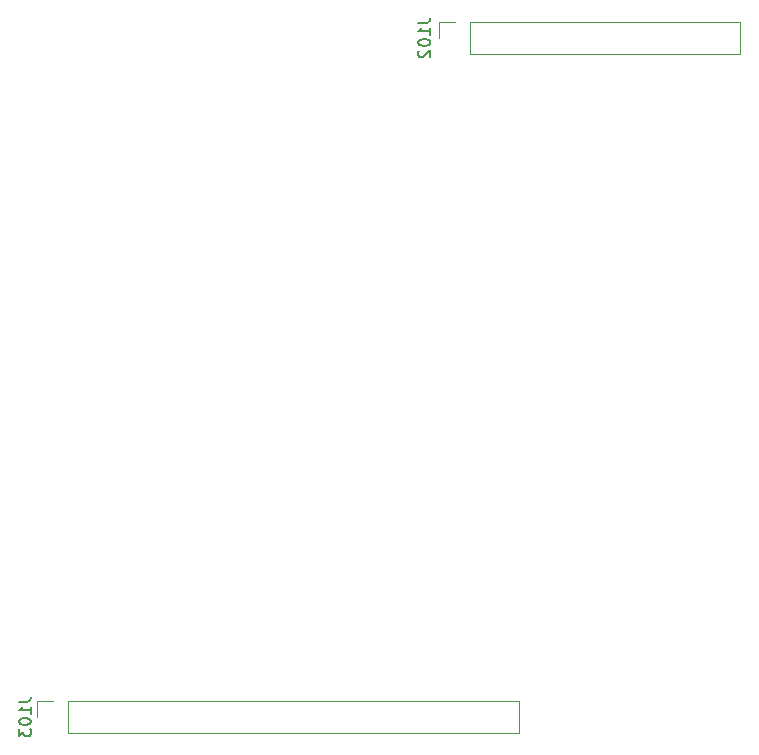
<source format=gbo>
G04 #@! TF.GenerationSoftware,KiCad,Pcbnew,(5.1.2)-1*
G04 #@! TF.CreationDate,2021-04-14T19:23:14-07:00*
G04 #@! TF.ProjectId,kicad-cpu-board,6b696361-642d-4637-9075-2d626f617264,rev?*
G04 #@! TF.SameCoordinates,Original*
G04 #@! TF.FileFunction,Legend,Bot*
G04 #@! TF.FilePolarity,Positive*
%FSLAX46Y46*%
G04 Gerber Fmt 4.6, Leading zero omitted, Abs format (unit mm)*
G04 Created by KiCad (PCBNEW (5.1.2)-1) date 2021-04-14 19:23:14*
%MOMM*%
%LPD*%
G04 APERTURE LIST*
%ADD10C,0.120000*%
%ADD11C,0.150000*%
G04 APERTURE END LIST*
D10*
X75437040Y-105769100D02*
X75437040Y-108429100D01*
X37277040Y-105769100D02*
X75437040Y-105769100D01*
X37277040Y-108429100D02*
X75437040Y-108429100D01*
X37277040Y-105769100D02*
X37277040Y-108429100D01*
X36007040Y-105769100D02*
X34677040Y-105769100D01*
X34677040Y-105769100D02*
X34677040Y-107099100D01*
X68685993Y-48264547D02*
X68685993Y-49594547D01*
X70015993Y-48264547D02*
X68685993Y-48264547D01*
X71285993Y-48264547D02*
X71285993Y-50924547D01*
X71285993Y-50924547D02*
X94205993Y-50924547D01*
X71285993Y-48264547D02*
X94205993Y-48264547D01*
X94205993Y-48264547D02*
X94205993Y-50924547D01*
D11*
X33129420Y-105813385D02*
X33843706Y-105813385D01*
X33986563Y-105765766D01*
X34081801Y-105670528D01*
X34129420Y-105527671D01*
X34129420Y-105432433D01*
X34129420Y-106813385D02*
X34129420Y-106241957D01*
X34129420Y-106527671D02*
X33129420Y-106527671D01*
X33272278Y-106432433D01*
X33367516Y-106337195D01*
X33415135Y-106241957D01*
X33129420Y-107432433D02*
X33129420Y-107527671D01*
X33177040Y-107622909D01*
X33224659Y-107670528D01*
X33319897Y-107718147D01*
X33510373Y-107765766D01*
X33748468Y-107765766D01*
X33938944Y-107718147D01*
X34034182Y-107670528D01*
X34081801Y-107622909D01*
X34129420Y-107527671D01*
X34129420Y-107432433D01*
X34081801Y-107337195D01*
X34034182Y-107289576D01*
X33938944Y-107241957D01*
X33748468Y-107194338D01*
X33510373Y-107194338D01*
X33319897Y-107241957D01*
X33224659Y-107289576D01*
X33177040Y-107337195D01*
X33129420Y-107432433D01*
X33129420Y-108099100D02*
X33129420Y-108718147D01*
X33510373Y-108384814D01*
X33510373Y-108527671D01*
X33557992Y-108622909D01*
X33605611Y-108670528D01*
X33700849Y-108718147D01*
X33938944Y-108718147D01*
X34034182Y-108670528D01*
X34081801Y-108622909D01*
X34129420Y-108527671D01*
X34129420Y-108241957D01*
X34081801Y-108146719D01*
X34034182Y-108099100D01*
X66945376Y-48336559D02*
X67659662Y-48336559D01*
X67802519Y-48288940D01*
X67897757Y-48193702D01*
X67945376Y-48050845D01*
X67945376Y-47955607D01*
X67945376Y-49336559D02*
X67945376Y-48765131D01*
X67945376Y-49050845D02*
X66945376Y-49050845D01*
X67088234Y-48955607D01*
X67183472Y-48860369D01*
X67231091Y-48765131D01*
X66945376Y-49955607D02*
X66945376Y-50050845D01*
X66992996Y-50146083D01*
X67040615Y-50193702D01*
X67135853Y-50241321D01*
X67326329Y-50288940D01*
X67564424Y-50288940D01*
X67754900Y-50241321D01*
X67850138Y-50193702D01*
X67897757Y-50146083D01*
X67945376Y-50050845D01*
X67945376Y-49955607D01*
X67897757Y-49860369D01*
X67850138Y-49812750D01*
X67754900Y-49765131D01*
X67564424Y-49717512D01*
X67326329Y-49717512D01*
X67135853Y-49765131D01*
X67040615Y-49812750D01*
X66992996Y-49860369D01*
X66945376Y-49955607D01*
X67040615Y-50669893D02*
X66992996Y-50717512D01*
X66945376Y-50812750D01*
X66945376Y-51050845D01*
X66992996Y-51146083D01*
X67040615Y-51193702D01*
X67135853Y-51241321D01*
X67231091Y-51241321D01*
X67373948Y-51193702D01*
X67945376Y-50622274D01*
X67945376Y-51241321D01*
M02*

</source>
